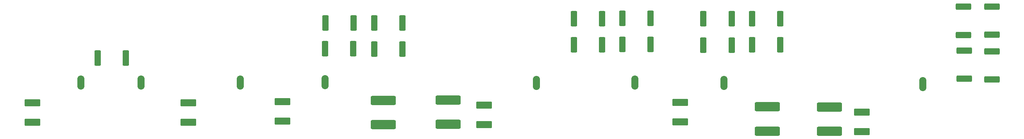
<source format=gbr>
%TF.GenerationSoftware,KiCad,Pcbnew,7.0.7*%
%TF.CreationDate,2024-04-10T14:30:17-07:00*%
%TF.ProjectId,hv-pcb-v1,68762d70-6362-42d7-9631-2e6b69636164,rev?*%
%TF.SameCoordinates,Original*%
%TF.FileFunction,Paste,Top*%
%TF.FilePolarity,Positive*%
%FSLAX46Y46*%
G04 Gerber Fmt 4.6, Leading zero omitted, Abs format (unit mm)*
G04 Created by KiCad (PCBNEW 7.0.7) date 2024-04-10 14:30:17*
%MOMM*%
%LPD*%
G01*
G04 APERTURE LIST*
G04 Aperture macros list*
%AMRoundRect*
0 Rectangle with rounded corners*
0 $1 Rounding radius*
0 $2 $3 $4 $5 $6 $7 $8 $9 X,Y pos of 4 corners*
0 Add a 4 corners polygon primitive as box body*
4,1,4,$2,$3,$4,$5,$6,$7,$8,$9,$2,$3,0*
0 Add four circle primitives for the rounded corners*
1,1,$1+$1,$2,$3*
1,1,$1+$1,$4,$5*
1,1,$1+$1,$6,$7*
1,1,$1+$1,$8,$9*
0 Add four rect primitives between the rounded corners*
20,1,$1+$1,$2,$3,$4,$5,0*
20,1,$1+$1,$4,$5,$6,$7,0*
20,1,$1+$1,$6,$7,$8,$9,0*
20,1,$1+$1,$8,$9,$2,$3,0*%
G04 Aperture macros list end*
%ADD10RoundRect,0.249999X-0.450001X-1.425001X0.450001X-1.425001X0.450001X1.425001X-0.450001X1.425001X0*%
%ADD11RoundRect,0.249999X2.450001X-0.737501X2.450001X0.737501X-2.450001X0.737501X-2.450001X-0.737501X0*%
%ADD12RoundRect,0.250000X-1.450000X0.537500X-1.450000X-0.537500X1.450000X-0.537500X1.450000X0.537500X0*%
%ADD13RoundRect,0.249999X-1.425001X0.450001X-1.425001X-0.450001X1.425001X-0.450001X1.425001X0.450001X0*%
%ADD14RoundRect,0.250000X1.450000X-0.537500X1.450000X0.537500X-1.450000X0.537500X-1.450000X-0.537500X0*%
%ADD15RoundRect,0.600000X0.162000X-0.900000X0.162000X0.900000X-0.162000X0.900000X-0.162000X-0.900000X0*%
G04 APERTURE END LIST*
D10*
%TO.C,R3*%
X58481000Y-120781000D03*
X64581000Y-120781000D03*
%TD*%
D11*
%TO.C,C5*%
X134438000Y-135193500D03*
X134438000Y-129918500D03*
%TD*%
D12*
%TO.C,C8*%
X184761755Y-130431900D03*
X184761755Y-134706900D03*
%TD*%
D13*
%TO.C,R14*%
X246121755Y-109646899D03*
X246121755Y-115746899D03*
%TD*%
D10*
%TO.C,R5*%
X118482000Y-118800000D03*
X124582000Y-118800000D03*
%TD*%
D14*
%TO.C,C4*%
X78188000Y-134788500D03*
X78188000Y-130513500D03*
%TD*%
D15*
%TO.C,HV3*%
X89370000Y-126107000D03*
%TD*%
%TO.C,HV7*%
X237348755Y-126436900D03*
%TD*%
%TO.C,HV6*%
X194209755Y-126166900D03*
%TD*%
%TO.C,HV1*%
X54869000Y-126145000D03*
%TD*%
D13*
%TO.C,R16*%
X252345755Y-119327900D03*
X252345755Y-125427900D03*
%TD*%
D15*
%TO.C,HV2*%
X67869000Y-126145000D03*
%TD*%
D10*
%TO.C,R4*%
X118485000Y-113169000D03*
X124585000Y-113169000D03*
%TD*%
%TO.C,R9*%
X172196755Y-117847900D03*
X178296755Y-117847900D03*
%TD*%
D11*
%TO.C,C2*%
X120411000Y-135267000D03*
X120411000Y-129992000D03*
%TD*%
D10*
%TO.C,R10*%
X189783755Y-112209900D03*
X195883755Y-112209900D03*
%TD*%
D12*
%TO.C,C6*%
X142266000Y-131021000D03*
X142266000Y-135296000D03*
%TD*%
D15*
%TO.C,HV5*%
X153573000Y-126194000D03*
%TD*%
D10*
%TO.C,R1*%
X107852000Y-113176000D03*
X113952000Y-113176000D03*
%TD*%
D12*
%TO.C,C10*%
X224124755Y-132538400D03*
X224124755Y-136813400D03*
%TD*%
D10*
%TO.C,R11*%
X189783755Y-118028900D03*
X195883755Y-118028900D03*
%TD*%
D14*
%TO.C,C1*%
X44327000Y-134788500D03*
X44327000Y-130513500D03*
%TD*%
D13*
%TO.C,R17*%
X246256757Y-119191901D03*
X246256757Y-125291901D03*
%TD*%
D10*
%TO.C,R7*%
X161711755Y-117879900D03*
X167811755Y-117879900D03*
%TD*%
%TO.C,R6*%
X161737755Y-112219900D03*
X167837755Y-112219900D03*
%TD*%
%TO.C,R2*%
X107805000Y-118781000D03*
X113905000Y-118781000D03*
%TD*%
%TO.C,R12*%
X200349755Y-112209900D03*
X206449755Y-112209900D03*
%TD*%
D15*
%TO.C,HV4*%
X107779000Y-126074000D03*
%TD*%
D12*
%TO.C,C3*%
X98585000Y-130236000D03*
X98585000Y-134511000D03*
%TD*%
D10*
%TO.C,R13*%
X200349755Y-117875900D03*
X206449755Y-117875900D03*
%TD*%
%TO.C,R8*%
X172222755Y-112187900D03*
X178322755Y-112187900D03*
%TD*%
D11*
%TO.C,C9*%
X217093755Y-136685400D03*
X217093755Y-131410400D03*
%TD*%
D15*
%TO.C,HV8*%
X174960755Y-126154900D03*
%TD*%
D13*
%TO.C,R15*%
X252345756Y-109584900D03*
X252345756Y-115684900D03*
%TD*%
D11*
%TO.C,C7*%
X203649755Y-136671400D03*
X203649755Y-131396400D03*
%TD*%
M02*

</source>
